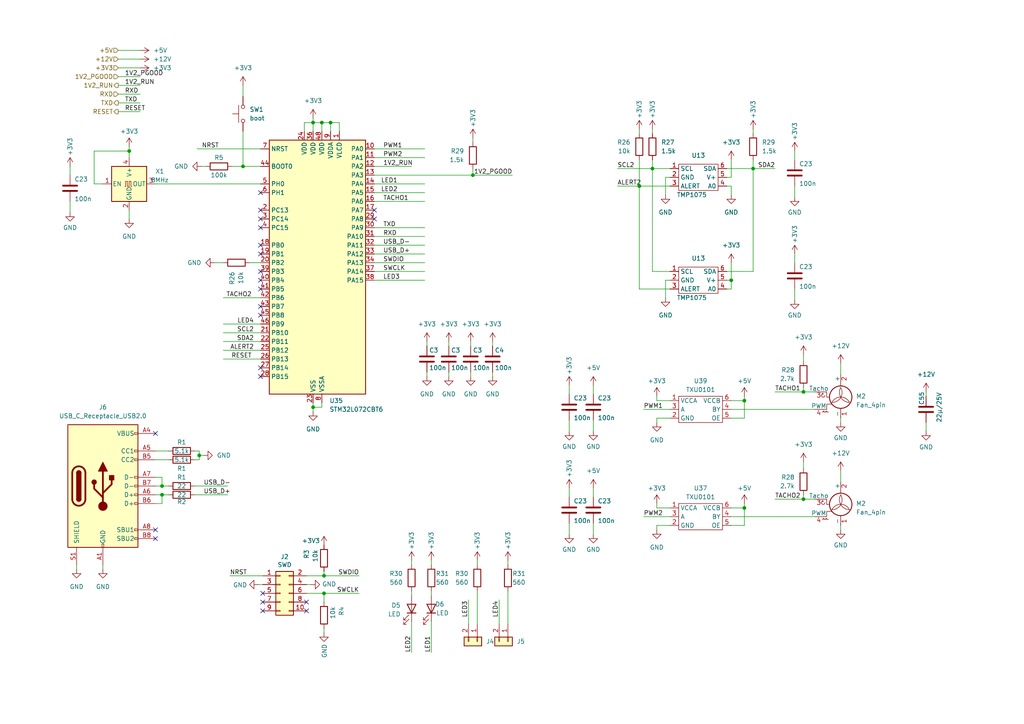
<source format=kicad_sch>
(kicad_sch (version 20231120) (generator "eeschema") (generator_version "8.0")
  (paper "A4")
  (lib_symbols
    (symbol "Connector:USB_C_Receptacle_USB2.0" (pin_names (offset 1.016))
      (property "Reference" "J" (at -10.16 19.05 0))
      (property "Value" "USB_C_Receptacle_USB2.0" (at 19.05 19.05 0))
      (symbol "USB_C_Receptacle_USB2.0_1_1"
        (pin passive line (at 0 -22.86 90) (length 5.08) (name "GND") (number "A1"))
        (pin passive line (at 0 -22.86 90) (length 5.08) hide (name "GND") (number "A12"))
        (pin passive line (at 15.24 15.24 180) (length 5.08) (name "VBUS") (number "A4"))
        (pin bidirectional line (at 15.24 10.16 180) (length 5.08) (name "CC1") (number "A5"))
        (pin bidirectional line (at 15.24 -2.54 180) (length 5.08) (name "D+") (number "A6"))
        (pin bidirectional line (at 15.24 2.54 180) (length 5.08) (name "D-") (number "A7"))
        (pin bidirectional line (at 15.24 -12.7 180) (length 5.08) (name "SBU1") (number "A8"))
        (pin passive line (at 15.24 15.24 180) (length 5.08) hide (name "VBUS") (number "A9"))
        (pin passive line (at 0 -22.86 90) (length 5.08) hide (name "GND") (number "B1"))
        (pin passive line (at 0 -22.86 90) (length 5.08) hide (name "GND") (number "B12"))
        (pin passive line (at 15.24 15.24 180) (length 5.08) hide (name "VBUS") (number "B4"))
        (pin bidirectional line (at 15.24 7.62 180) (length 5.08) (name "CC2") (number "B5"))
        (pin bidirectional line (at 15.24 -5.08 180) (length 5.08) (name "D+") (number "B6"))
        (pin bidirectional line (at 15.24 0 180) (length 5.08) (name "D-") (number "B7"))
        (pin bidirectional line (at 15.24 -15.24 180) (length 5.08) (name "SBU2") (number "B8"))
        (pin passive line (at 15.24 15.24 180) (length 5.08) hide (name "VBUS") (number "B9"))
        (pin passive line (at -7.62 -22.86 90) (length 5.08) (name "SHIELD") (number "S1"))
      )
    )
    (symbol "Connector_Generic:Conn_01x02" (pin_names (offset 1.016) hide)
      (property "Reference" "J" (at 0 2.54 0))
      (property "Value" "Conn_01x02" (at 0 -5.08 0))
      (symbol "Conn_01x02_1_1"
        (pin passive line (at -5.08 0 0) (length 3.81) (name "Pin_1") (number "1"))
        (pin passive line (at -5.08 -2.54 0) (length 3.81) (name "Pin_2") (number "2"))
      )
    )
    (symbol "Device:C" (pin_numbers hide) (pin_names (offset 0.254))
      (property "Reference" "C" (at 0.635 2.54 0))
      (property "Value" "C" (at 0.635 -2.54 0))
      (symbol "C_1_1"
        (pin passive line (at 0 3.81 270) (length 2.794) (name "~") (number "1"))
        (pin passive line (at 0 -3.81 90) (length 2.794) (name "~") (number "2"))
      )
    )
    (symbol "Device:LED" (pin_numbers hide) (pin_names (offset 1.016) hide)
      (property "Reference" "D" (at 0 2.54 0))
      (property "Value" "LED" (at 0 -2.54 0))
      (symbol "LED_1_1"
        (pin passive line (at -3.81 0 0) (length 2.54) (name "K") (number "1"))
        (pin passive line (at 3.81 0 180) (length 2.54) (name "A") (number "2"))
      )
    )
    (symbol "Device:R" (pin_numbers hide) (pin_names (offset 0))
      (property "Reference" "R" (at 2.032 0 90))
      (property "Value" "R" (at 0 0 90))
      (symbol "R_1_1"
        (pin passive line (at 0 3.81 270) (length 1.27) (name "~") (number "1"))
        (pin passive line (at 0 -3.81 90) (length 1.27) (name "~") (number "2"))
      )
    )
    (symbol "GND_1" (power) (pin_names (offset 0))
      (property "Value" "GND_1" (at 0 -3.81 0))
      (symbol "GND_1_1_1"
        (pin power_in line (at 0 0 270) (length 0) hide (name "GND") (number "1"))
      )
    )
    (symbol "MCU_ST_STM32L1:STM32L151C8TxA"
      (property "Reference" "U" (at -12.7 39.37 0))
      (property "Value" "STM32L151C8TxA" (at 10.16 39.37 0))
      (symbol "STM32L151C8TxA_1_1"
        (pin power_in line (at 7.62 40.64 270) (length 2.54) (name "VLCD") (number "1"))
        (pin bidirectional line (at 17.78 35.56 180) (length 2.54) (name "PA0") (number "10"))
        (pin bidirectional line (at 17.78 33.02 180) (length 2.54) (name "PA1") (number "11"))
        (pin bidirectional line (at 17.78 30.48 180) (length 2.54) (name "PA2") (number "12"))
        (pin bidirectional line (at 17.78 27.94 180) (length 2.54) (name "PA3") (number "13"))
        (pin bidirectional line (at 17.78 25.4 180) (length 2.54) (name "PA4") (number "14"))
        (pin bidirectional line (at 17.78 22.86 180) (length 2.54) (name "PA5") (number "15"))
        (pin bidirectional line (at 17.78 20.32 180) (length 2.54) (name "PA6") (number "16"))
        (pin bidirectional line (at 17.78 17.78 180) (length 2.54) (name "PA7") (number "17"))
        (pin bidirectional line (at -15.24 7.62 0) (length 2.54) (name "PB0") (number "18"))
        (pin bidirectional line (at -15.24 5.08 0) (length 2.54) (name "PB1") (number "19"))
        (pin bidirectional line (at -15.24 17.78 0) (length 2.54) (name "PC13") (number "2"))
        (pin bidirectional line (at -15.24 2.54 0) (length 2.54) (name "PB2") (number "20"))
        (pin bidirectional line (at -15.24 -17.78 0) (length 2.54) (name "PB10") (number "21"))
        (pin bidirectional line (at -15.24 -20.32 0) (length 2.54) (name "PB11") (number "22"))
        (pin power_in line (at 0 -38.1 90) (length 2.54) (name "VSS") (number "23"))
        (pin power_in line (at -2.54 40.64 270) (length 2.54) (name "VDD") (number "24"))
        (pin bidirectional line (at -15.24 -22.86 0) (length 2.54) (name "PB12") (number "25"))
        (pin bidirectional line (at -15.24 -25.4 0) (length 2.54) (name "PB13") (number "26"))
        (pin bidirectional line (at -15.24 -27.94 0) (length 2.54) (name "PB14") (number "27"))
        (pin bidirectional line (at -15.24 -30.48 0) (length 2.54) (name "PB15") (number "28"))
        (pin bidirectional line (at 17.78 15.24 180) (length 2.54) (name "PA8") (number "29"))
        (pin bidirectional line (at -15.24 15.24 0) (length 2.54) (name "PC14") (number "3"))
        (pin bidirectional line (at 17.78 12.7 180) (length 2.54) (name "PA9") (number "30"))
        (pin bidirectional line (at 17.78 10.16 180) (length 2.54) (name "PA10") (number "31"))
        (pin bidirectional line (at 17.78 7.62 180) (length 2.54) (name "PA11") (number "32"))
        (pin bidirectional line (at 17.78 5.08 180) (length 2.54) (name "PA12") (number "33"))
        (pin bidirectional line (at 17.78 2.54 180) (length 2.54) (name "PA13") (number "34"))
        (pin passive line (at 0 -38.1 90) (length 2.54) hide (name "VSS") (number "35"))
        (pin power_in line (at 0 40.64 270) (length 2.54) (name "VDD") (number "36"))
        (pin bidirectional line (at 17.78 0 180) (length 2.54) (name "PA14") (number "37"))
        (pin bidirectional line (at 17.78 -2.54 180) (length 2.54) (name "PA15") (number "38"))
        (pin bidirectional line (at -15.24 0 0) (length 2.54) (name "PB3") (number "39"))
        (pin bidirectional line (at -15.24 12.7 0) (length 2.54) (name "PC15") (number "4"))
        (pin bidirectional line (at -15.24 -2.54 0) (length 2.54) (name "PB4") (number "40"))
        (pin bidirectional line (at -15.24 -5.08 0) (length 2.54) (name "PB5") (number "41"))
        (pin bidirectional line (at -15.24 -7.62 0) (length 2.54) (name "PB6") (number "42"))
        (pin bidirectional line (at -15.24 -10.16 0) (length 2.54) (name "PB7") (number "43"))
        (pin input line (at -15.24 30.48 0) (length 2.54) (name "BOOT0") (number "44"))
        (pin bidirectional line (at -15.24 -12.7 0) (length 2.54) (name "PB8") (number "45"))
        (pin bidirectional line (at -15.24 -15.24 0) (length 2.54) (name "PB9") (number "46"))
        (pin passive line (at 0 -38.1 90) (length 2.54) hide (name "VSS") (number "47"))
        (pin power_in line (at 2.54 40.64 270) (length 2.54) (name "VDD") (number "48"))
        (pin bidirectional line (at -15.24 25.4 0) (length 2.54) (name "PH0") (number "5"))
        (pin bidirectional line (at -15.24 22.86 0) (length 2.54) (name "PH1") (number "6"))
        (pin input line (at -15.24 35.56 0) (length 2.54) (name "NRST") (number "7"))
        (pin power_in line (at 2.54 -38.1 90) (length 2.54) (name "VSSA") (number "8"))
        (pin power_in line (at 5.08 40.64 270) (length 2.54) (name "VDDA") (number "9"))
      )
    )
    (symbol "Motor:Fan_4pin" (pin_names (offset 0))
      (property "Reference" "M" (at 2.54 5.08 0))
      (property "Value" "Fan_4pin" (at 2.54 -2.54 0))
      (symbol "Fan_4pin_1_1"
        (pin passive line (at 0 -5.08 90) (length 2.54) (name "-") (number "1"))
        (pin passive line (at 0 7.62 270) (length 2.54) (name "+") (number "2"))
        (pin passive line (at -7.62 2.54 0) (length 2.54) (name "Tacho") (number "3"))
        (pin input line (at -7.62 -2.54 0) (length 2.54) (name "PWM") (number "4"))
      )
    )
    (symbol "Oscillator:XO32" (pin_names (offset 0.254))
      (property "Reference" "X" (at -5.08 6.35 0))
      (property "Value" "XO32" (at 1.27 -6.35 0))
      (symbol "XO32_1_1"
        (pin input line (at -7.62 0 0) (length 2.54) (name "EN") (number "1"))
        (pin power_in line (at 0 -7.62 90) (length 2.54) (name "GND") (number "2"))
        (pin output line (at 7.62 0 180) (length 2.54) (name "OUT") (number "3"))
        (pin power_in line (at 0 7.62 270) (length 2.54) (name "V+") (number "4"))
      )
    )
    (symbol "Switch:SW_Push" (pin_numbers hide) (pin_names (offset 1.016) hide)
      (property "Reference" "SW" (at 1.27 2.54 0))
      (property "Value" "SW_Push" (at 0 -1.524 0))
      (symbol "SW_Push_0_1"
        (pin passive line (at -5.08 0 0) (length 2.54) (name "1") (number "1"))
        (pin passive line (at 5.08 0 180) (length 2.54) (name "2") (number "2"))
      )
    )
    (symbol "clock-rescue:R" (pin_numbers hide) (pin_names (offset 0))
      (property "Reference" "R" (at 2.032 0 90))
      (property "Value" "R" (at 0 0 90))
      (symbol "R_1_1"
        (pin passive line (at 0 3.81 270) (length 1.27) (name "~") (number "1"))
        (pin passive line (at 0 -3.81 90) (length 1.27) (name "~") (number "2"))
      )
    )
    (symbol "dwc-hat-rescue:+3V3-power" (power) (pin_names (offset 0))
      (property "Value" "+3V3-power" (at 0 3.556 0))
      (symbol "+3V3-power_1_1"
        (pin power_in line (at 0 0 90) (length 0) hide (name "+3V3") (number "1"))
      )
    )
    (symbol "dwc-hat-rescue:Conn_02x05_Odd_Even-Connector_Generic" (pin_names (offset 1.016) hide)
      (property "Reference" "J" (at 1.27 7.62 0))
      (property "Value" "Connector_Generic_Conn_02x05_Odd_Even" (at 1.27 -7.62 0))
      (symbol "Conn_02x05_Odd_Even-Connector_Generic_1_1"
        (pin passive line (at -5.08 5.08 0) (length 3.81) (name "Pin_1") (number "1"))
        (pin passive line (at 7.62 -5.08 180) (length 3.81) (name "Pin_10") (number "10"))
        (pin passive line (at 7.62 5.08 180) (length 3.81) (name "Pin_2") (number "2"))
        (pin passive line (at -5.08 2.54 0) (length 3.81) (name "Pin_3") (number "3"))
        (pin passive line (at 7.62 2.54 180) (length 3.81) (name "Pin_4") (number "4"))
        (pin passive line (at -5.08 0 0) (length 3.81) (name "Pin_5") (number "5"))
        (pin passive line (at 7.62 0 180) (length 3.81) (name "Pin_6") (number "6"))
        (pin passive line (at -5.08 -2.54 0) (length 3.81) (name "Pin_7") (number "7"))
        (pin passive line (at 7.62 -2.54 180) (length 3.81) (name "Pin_8") (number "8"))
        (pin passive line (at -5.08 -5.08 0) (length 3.81) (name "Pin_9") (number "9"))
      )
    )
    (symbol "dwc-hat-rescue:GND-power" (power) (pin_names (offset 0))
      (property "Value" "GND-power" (at 0 -3.81 0))
      (symbol "GND-power_1_1"
        (pin power_in line (at 0 0 270) (length 0) hide (name "GND") (number "1"))
      )
    )
    (symbol "dwc-hat-rescue:R-Device" (pin_numbers hide) (pin_names (offset 0))
      (property "Reference" "R" (at 2.032 0 90))
      (property "Value" "Device_R" (at 0 0 90))
      (symbol "R-Device_1_1"
        (pin passive line (at 0 3.81 270) (length 1.27) (name "~") (number "1"))
        (pin passive line (at 0 -3.81 90) (length 1.27) (name "~") (number "2"))
      )
    )
    (symbol "mylib7:TMP1075-DRL-SOT563"
      (property "Reference" "U" (at -5.08 5.08 0))
      (symbol "TMP1075-DRL-SOT563_1_1"
        (pin open_collector line (at -8.89 2.54 0) (length 2.54) (name "SCL") (number "1"))
        (pin power_in line (at -8.89 0 0) (length 2.54) (name "GND") (number "2"))
        (pin open_collector line (at -8.89 -2.54 0) (length 2.54) (name "ALERT") (number "3"))
        (pin input line (at 7.62 -2.54 180) (length 2.54) (name "A0") (number "4"))
        (pin power_in line (at 7.62 0 180) (length 2.54) (name "V+") (number "5"))
        (pin open_collector line (at 7.62 2.54 180) (length 2.54) (name "SDA") (number "6"))
      )
    )
    (symbol "mylib7:TXU0101DCK"
      (property "Reference" "U" (at -5.08 5.08 0))
      (property "Value" "TXU0101" (at -1.27 -5.08 0))
      (symbol "TXU0101DCK_1_1"
        (pin power_in line (at -8.89 2.54 0) (length 2.54) (name "VCCA") (number "1"))
        (pin power_in line (at -8.89 -2.54 0) (length 2.54) (name "GND") (number "2"))
        (pin input line (at -8.89 0 0) (length 2.54) (name "A") (number "3"))
        (pin output line (at 8.89 0 180) (length 2.54) (name "BY") (number "4"))
        (pin input line (at 8.89 -2.54 180) (length 2.54) (name "OE") (number "5"))
        (pin power_in line (at 8.89 2.54 180) (length 2.54) (name "VCCB") (number "6"))
      )
    )
    (symbol "power:+12V" (power) (pin_names (offset 0))
      (property "Value" "+12V" (at 0 3.556 0))
      (symbol "+12V_1_1"
        (pin power_in line (at 0 0 90) (length 0) hide (name "+12V") (number "1"))
      )
    )
    (symbol "power:+3V3" (power) (pin_names (offset 0))
      (property "Value" "+3V3" (at 0 3.556 0))
      (symbol "+3V3_1_1"
        (pin power_in line (at 0 0 90) (length 0) hide (name "+3V3") (number "1"))
      )
    )
    (symbol "power:+5V" (power) (pin_names (offset 0))
      (property "Value" "+5V" (at 0 3.556 0))
      (symbol "+5V_1_1"
        (pin power_in line (at 0 0 90) (length 0) hide (name "+5V") (number "1"))
      )
    )
    (symbol "power:GND" (power) (pin_names (offset 0))
      (property "Value" "GND" (at 0 -3.81 0))
      (symbol "GND_1_1"
        (pin power_in line (at 0 0 270) (length 0) hide (name "GND") (number "1"))
      )
    )
    (symbol "vfd1-rescue:C" (pin_numbers hide) (pin_names (offset 0.254))
      (property "Reference" "C" (at 0.635 2.54 0))
      (property "Value" "C" (at 0.635 -2.54 0))
      (symbol "C_1_1"
        (pin passive line (at 0 3.81 270) (length 2.794) (name "~") (number "1"))
        (pin passive line (at 0 -3.81 90) (length 2.794) (name "~") (number "2"))
      )
    )
  )
  (junction (at 185.42 53.975))
  (junction (at 215.9 116.205))
  (junction (at 212.09 81.28))
  (junction (at 189.23 48.895))
  (junction (at 37.465 43.815))
  (junction (at 57.785 132.08))
  (junction (at 233.045 113.665))
  (junction (at 90.805 35.56))
  (junction (at 90.805 118.11))
  (junction (at 233.045 144.78))
  (junction (at 46.99 143.51))
  (junction (at 137.16 50.8))
  (junction (at 93.98 167.005))
  (junction (at 93.345 35.56))
  (junction (at 215.9 147.32))
  (junction (at 95.885 35.56))
  (junction (at 70.485 48.26))
  (junction (at 218.44 48.895))
  (junction (at 93.98 172.085))
  (junction (at 46.99 140.97))
  (no_connect (at 75.565 106.68))
  (no_connect (at 88.9 174.625))
  (no_connect (at 75.565 66.04))
  (no_connect (at 76.2 174.625))
  (no_connect (at 75.565 71.12))
  (no_connect (at 75.565 81.28))
  (no_connect (at 75.565 60.96))
  (no_connect (at 75.565 109.22))
  (no_connect (at 75.565 55.88))
  (no_connect (at 108.585 63.5))
  (no_connect (at 75.565 88.9))
  (no_connect (at 76.2 177.165))
  (no_connect (at 75.565 83.82))
  (no_connect (at 45.085 156.21))
  (no_connect (at 75.565 63.5))
  (no_connect (at 108.585 60.96))
  (no_connect (at 75.565 78.74))
  (no_connect (at 88.9 177.165))
  (no_connect (at 75.565 73.66))
  (no_connect (at 45.085 125.73))
  (no_connect (at 75.565 91.44))
  (no_connect (at 76.2 172.085))
  (no_connect (at 45.085 153.67))
  (wire (pts (xy 185.42 37.465) (xy 185.42 38.735)))
  (wire (pts (xy 190.5 116.205) (xy 194.31 116.205)))
  (wire (pts (xy 93.98 167.005) (xy 88.9 167.005)))
  (wire (pts (xy 147.32 171.45) (xy 147.32 180.975)))
  (wire (pts (xy 70.485 48.26) (xy 75.565 48.26)))
  (wire (pts (xy 90.17 169.545) (xy 88.9 169.545)))
  (wire (pts (xy 218.44 48.895) (xy 224.79 48.895)))
  (wire (pts (xy 194.31 81.28) (xy 193.04 81.28)))
  (wire (pts (xy 185.42 53.975) (xy 185.42 83.82)))
  (wire (pts (xy 218.44 37.465) (xy 218.44 38.735)))
  (wire (pts (xy 243.84 121.285) (xy 243.84 122.555)))
  (wire (pts (xy 64.77 96.52) (xy 75.565 96.52)))
  (wire (pts (xy 70.485 38.1) (xy 70.485 48.26)))
  (wire (pts (xy 212.09 152.4) (xy 215.9 152.4)))
  (wire (pts (xy 20.32 58.42) (xy 20.32 61.595)))
  (wire (pts (xy 119.38 162.56) (xy 119.38 163.83)))
  (wire (pts (xy 233.045 102.87) (xy 233.045 104.775)))
  (wire (pts (xy 46.99 146.05) (xy 45.085 146.05)))
  (wire (pts (xy 34.29 32.385) (xy 40.64 32.385)))
  (wire (pts (xy 189.23 78.74) (xy 194.31 78.74)))
  (wire (pts (xy 108.585 68.58) (xy 123.19 68.58)))
  (wire (pts (xy 64.77 104.14) (xy 75.565 104.14)))
  (wire (pts (xy 108.585 43.18) (xy 123.19 43.18)))
  (wire (pts (xy 172.085 141.605) (xy 172.085 144.145)))
  (wire (pts (xy 108.585 71.12) (xy 123.19 71.12)))
  (wire (pts (xy 57.785 132.08) (xy 59.055 132.08)))
  (wire (pts (xy 230.505 43.815) (xy 230.505 46.355)))
  (wire (pts (xy 194.31 51.435) (xy 193.04 51.435)))
  (wire (pts (xy 108.585 55.88) (xy 123.19 55.88)))
  (wire (pts (xy 212.09 83.82) (xy 210.82 83.82)))
  (wire (pts (xy 90.805 118.11) (xy 90.805 119.38)))
  (wire (pts (xy 186.69 149.86) (xy 194.31 149.86)))
  (wire (pts (xy 224.79 144.78) (xy 233.045 144.78)))
  (wire (pts (xy 119.38 180.34) (xy 119.38 189.23)))
  (wire (pts (xy 210.82 51.435) (xy 212.09 51.435)))
  (wire (pts (xy 22.225 163.83) (xy 22.225 165.1)))
  (wire (pts (xy 64.77 99.06) (xy 75.565 99.06)))
  (wire (pts (xy 190.5 146.05) (xy 190.5 147.32)))
  (wire (pts (xy 165.1 141.605) (xy 165.1 144.145)))
  (wire (pts (xy 93.345 38.1) (xy 93.345 35.56)))
  (wire (pts (xy 45.085 53.34) (xy 75.565 53.34)))
  (wire (pts (xy 185.42 83.82) (xy 194.31 83.82)))
  (wire (pts (xy 137.16 48.895) (xy 137.16 50.8)))
  (wire (pts (xy 135.89 173.99) (xy 135.89 180.975)))
  (wire (pts (xy 57.15 43.18) (xy 75.565 43.18)))
  (wire (pts (xy 193.04 81.28) (xy 193.04 86.36)))
  (wire (pts (xy 233.045 143.51) (xy 233.045 144.78)))
  (wire (pts (xy 34.29 29.845) (xy 40.64 29.845)))
  (wire (pts (xy 104.14 167.005) (xy 93.98 167.005)))
  (wire (pts (xy 46.99 140.97) (xy 48.895 140.97)))
  (wire (pts (xy 190.5 153.67) (xy 190.5 152.4)))
  (wire (pts (xy 212.09 118.745) (xy 236.22 118.745)))
  (wire (pts (xy 90.805 116.84) (xy 90.805 118.11)))
  (wire (pts (xy 37.465 60.96) (xy 37.465 63.5)))
  (wire (pts (xy 46.99 143.51) (xy 48.895 143.51)))
  (wire (pts (xy 108.585 73.66) (xy 123.19 73.66)))
  (wire (pts (xy 58.42 48.26) (xy 59.69 48.26)))
  (wire (pts (xy 165.1 111.76) (xy 165.1 114.3)))
  (wire (pts (xy 130.175 107.95) (xy 130.175 109.22)))
  (wire (pts (xy 268.605 122.555) (xy 268.605 125.095)))
  (wire (pts (xy 190.5 152.4) (xy 194.31 152.4)))
  (wire (pts (xy 123.825 99.06) (xy 123.825 100.33)))
  (wire (pts (xy 93.98 174.625) (xy 93.98 172.085)))
  (wire (pts (xy 185.42 46.355) (xy 185.42 53.975)))
  (wire (pts (xy 233.045 112.395) (xy 233.045 113.665)))
  (wire (pts (xy 95.885 35.56) (xy 95.885 38.1)))
  (wire (pts (xy 56.515 140.97) (xy 66.04 140.97)))
  (wire (pts (xy 34.29 24.765) (xy 40.64 24.765)))
  (wire (pts (xy 95.885 35.56) (xy 98.425 35.56)))
  (wire (pts (xy 210.82 78.74) (xy 218.44 78.74)))
  (wire (pts (xy 230.505 83.82) (xy 230.505 86.995)))
  (wire (pts (xy 172.085 151.765) (xy 172.085 154.94)))
  (wire (pts (xy 179.07 48.895) (xy 189.23 48.895)))
  (wire (pts (xy 34.29 19.685) (xy 40.64 19.685)))
  (wire (pts (xy 243.84 152.4) (xy 243.84 153.67)))
  (wire (pts (xy 142.875 107.95) (xy 142.875 109.22)))
  (wire (pts (xy 119.38 171.45) (xy 119.38 172.72)))
  (wire (pts (xy 215.9 121.285) (xy 215.9 116.205)))
  (wire (pts (xy 57.785 130.81) (xy 57.785 132.08)))
  (wire (pts (xy 88.265 38.1) (xy 88.265 35.56)))
  (wire (pts (xy 108.585 81.28) (xy 123.19 81.28)))
  (wire (pts (xy 233.045 133.985) (xy 233.045 135.89)))
  (wire (pts (xy 34.29 14.605) (xy 40.64 14.605)))
  (wire (pts (xy 190.5 122.555) (xy 190.5 121.285)))
  (wire (pts (xy 172.085 111.76) (xy 172.085 114.3)))
  (wire (pts (xy 210.82 81.28) (xy 212.09 81.28)))
  (wire (pts (xy 108.585 45.72) (xy 123.19 45.72)))
  (wire (pts (xy 29.845 53.34) (xy 27.305 53.34)))
  (wire (pts (xy 37.465 43.815) (xy 37.465 45.72)))
  (wire (pts (xy 212.09 51.435) (xy 212.09 46.355)))
  (wire (pts (xy 108.585 53.34) (xy 123.19 53.34)))
  (wire (pts (xy 212.09 149.86) (xy 236.22 149.86)))
  (wire (pts (xy 93.345 118.11) (xy 90.805 118.11)))
  (wire (pts (xy 137.16 50.8) (xy 108.585 50.8)))
  (wire (pts (xy 212.09 121.285) (xy 215.9 121.285)))
  (wire (pts (xy 233.045 144.78) (xy 236.22 144.78)))
  (wire (pts (xy 108.585 58.42) (xy 123.19 58.42)))
  (wire (pts (xy 212.09 81.28) (xy 212.09 83.82)))
  (wire (pts (xy 189.23 46.355) (xy 189.23 48.895)))
  (wire (pts (xy 215.9 147.32) (xy 215.9 146.05)))
  (wire (pts (xy 189.23 37.465) (xy 189.23 38.735)))
  (wire (pts (xy 144.78 173.99) (xy 144.78 180.975)))
  (wire (pts (xy 142.875 99.06) (xy 142.875 100.33)))
  (wire (pts (xy 67.31 48.26) (xy 70.485 48.26)))
  (wire (pts (xy 165.1 121.92) (xy 165.1 125.095)))
  (wire (pts (xy 45.085 143.51) (xy 46.99 143.51)))
  (wire (pts (xy 123.825 107.95) (xy 123.825 109.22)))
  (wire (pts (xy 45.085 138.43) (xy 46.99 138.43)))
  (wire (pts (xy 136.525 99.06) (xy 136.525 100.33)))
  (wire (pts (xy 64.77 93.98) (xy 75.565 93.98)))
  (wire (pts (xy 119.38 48.26) (xy 108.585 48.26)))
  (wire (pts (xy 90.805 34.29) (xy 90.805 35.56)))
  (wire (pts (xy 165.1 151.765) (xy 165.1 154.94)))
  (wire (pts (xy 93.98 165.735) (xy 93.98 167.005)))
  (wire (pts (xy 46.99 138.43) (xy 46.99 140.97)))
  (wire (pts (xy 172.085 121.92) (xy 172.085 125.095)))
  (wire (pts (xy 104.14 172.085) (xy 93.98 172.085)))
  (wire (pts (xy 212.09 81.28) (xy 212.09 76.2)))
  (wire (pts (xy 243.84 105.41) (xy 243.84 108.585)))
  (wire (pts (xy 138.43 171.45) (xy 138.43 180.975)))
  (wire (pts (xy 46.99 143.51) (xy 46.99 146.05)))
  (wire (pts (xy 37.465 42.545) (xy 37.465 43.815)))
  (wire (pts (xy 189.23 48.895) (xy 194.31 48.895)))
  (wire (pts (xy 88.265 35.56) (xy 90.805 35.56)))
  (wire (pts (xy 243.84 136.525) (xy 243.84 139.7)))
  (wire (pts (xy 70.485 24.765) (xy 70.485 27.94)))
  (wire (pts (xy 34.29 22.225) (xy 40.64 22.225)))
  (wire (pts (xy 108.585 76.2) (xy 123.19 76.2)))
  (wire (pts (xy 90.805 35.56) (xy 93.345 35.56)))
  (wire (pts (xy 93.345 35.56) (xy 95.885 35.56)))
  (wire (pts (xy 224.79 113.665) (xy 233.045 113.665)))
  (wire (pts (xy 57.785 132.08) (xy 57.785 133.35)))
  (wire (pts (xy 189.23 48.895) (xy 189.23 78.74)))
  (wire (pts (xy 215.9 152.4) (xy 215.9 147.32)))
  (wire (pts (xy 46.99 140.97) (xy 45.085 140.97)))
  (wire (pts (xy 179.07 53.975) (xy 185.42 53.975)))
  (wire (pts (xy 108.585 78.74) (xy 123.19 78.74)))
  (wire (pts (xy 130.175 99.06) (xy 130.175 100.33)))
  (wire (pts (xy 136.525 107.95) (xy 136.525 109.22)))
  (wire (pts (xy 148.59 50.8) (xy 137.16 50.8)))
  (wire (pts (xy 34.29 17.145) (xy 40.64 17.145)))
  (wire (pts (xy 212.09 53.975) (xy 210.82 53.975)))
  (wire (pts (xy 190.5 147.32) (xy 194.31 147.32)))
  (wire (pts (xy 193.04 51.435) (xy 193.04 56.515)))
  (wire (pts (xy 215.9 116.205) (xy 215.9 114.935)))
  (wire (pts (xy 108.585 66.04) (xy 123.19 66.04)))
  (wire (pts (xy 218.44 48.895) (xy 218.44 78.74)))
  (wire (pts (xy 20.32 48.26) (xy 20.32 50.8)))
  (wire (pts (xy 64.77 101.6) (xy 75.565 101.6)))
  (wire (pts (xy 233.045 113.665) (xy 236.22 113.665)))
  (wire (pts (xy 27.305 43.815) (xy 37.465 43.815)))
  (wire (pts (xy 125.095 162.56) (xy 125.095 163.83)))
  (wire (pts (xy 45.085 133.35) (xy 48.895 133.35)))
  (wire (pts (xy 190.5 114.935) (xy 190.5 116.205)))
  (wire (pts (xy 190.5 121.285) (xy 194.31 121.285)))
  (wire (pts (xy 93.345 116.84) (xy 93.345 118.11)))
  (wire (pts (xy 186.69 118.745) (xy 194.31 118.745)))
  (wire (pts (xy 137.16 40.005) (xy 137.16 41.275)))
  (wire (pts (xy 62.23 76.2) (xy 64.77 76.2)))
  (wire (pts (xy 147.32 162.56) (xy 147.32 163.83)))
  (wire (pts (xy 56.515 130.81) (xy 57.785 130.81)))
  (wire (pts (xy 29.845 163.83) (xy 29.845 165.1)))
  (wire (pts (xy 45.085 130.81) (xy 48.895 130.81)))
  (wire (pts (xy 125.095 171.45) (xy 125.095 172.72)))
  (wire (pts (xy 72.39 76.2) (xy 75.565 76.2)))
  (wire (pts (xy 27.305 53.34) (xy 27.305 43.815)))
  (wire (pts (xy 90.805 35.56) (xy 90.805 38.1)))
  (wire (pts (xy 218.44 46.355) (xy 218.44 48.895)))
  (wire (pts (xy 93.98 172.085) (xy 88.9 172.085)))
  (wire (pts (xy 125.095 180.34) (xy 125.095 189.23)))
  (wire (pts (xy 66.675 167.005) (xy 76.2 167.005)))
  (wire (pts (xy 210.82 48.895) (xy 218.44 48.895)))
  (wire (pts (xy 56.515 143.51) (xy 66.04 143.51)))
  (wire (pts (xy 185.42 53.975) (xy 194.31 53.975)))
  (wire (pts (xy 57.785 133.35) (xy 56.515 133.35)))
  (wire (pts (xy 268.605 113.665) (xy 268.605 114.935)))
  (wire (pts (xy 212.09 56.515) (xy 212.09 53.975)))
  (wire (pts (xy 93.98 182.245) (xy 93.98 183.515)))
  (wire (pts (xy 98.425 38.1) (xy 98.425 35.56)))
  (wire (pts (xy 74.93 169.545) (xy 76.2 169.545)))
  (wire (pts (xy 64.77 86.36) (xy 75.565 86.36)))
  (wire (pts (xy 34.29 27.305) (xy 40.64 27.305)))
  (wire (pts (xy 230.505 73.66) (xy 230.505 76.2)))
  (wire (pts (xy 212.09 116.205) (xy 215.9 116.205)))
  (wire (pts (xy 212.09 147.32) (xy 215.9 147.32)))
  (wire (pts (xy 230.505 53.975) (xy 230.505 57.15)))
  (wire (pts (xy 138.43 162.56) (xy 138.43 163.83)))
  (label "USB_D+" (at 59.055 143.51 0))
  (label "PWM2" (at 111.125 45.72 0))
  (label "TACHO1" (at 111.125 58.42 0))
  (label "SDA2" (at 224.79 48.895 180))
  (label "USB_D+" (at 111.125 73.66 0))
  (label "RESET" (at 73.025 104.14 180))
  (label "SWDIO" (at 104.14 167.005 180))
  (label "LED1" (at 125.095 189.23 90))
  (label "TXD" (at 111.125 66.04 0))
  (label "RESET" (at 36.195 32.385 0))
  (label "SWCLK" (at 111.125 78.74 0))
  (label "USB_D-" (at 59.055 140.97 0))
  (label "LED1" (at 110.49 53.34 0))
  (label "TACHO2" (at 73.025 86.36 180))
  (label "SDA2" (at 73.66 99.06 180))
  (label "1V2_RUN" (at 111.125 48.26 0))
  (label "1V2_RUN" (at 36.195 24.765 0))
  (label "NRST" (at 66.675 167.005 0))
  (label "TXD" (at 36.195 29.845 0))
  (label "NRST" (at 63.5 43.18 180))
  (label "LED4" (at 144.78 179.07 90))
  (label "LED3" (at 111.125 81.28 0))
  (label "1V2_PGOOD" (at 148.59 50.8 180))
  (label "ALERT2" (at 179.07 53.975 0))
  (label "USB_D-" (at 111.125 71.12 0))
  (label "LED3" (at 135.89 179.07 90))
  (label "RXD" (at 111.125 68.58 0))
  (label "LED2" (at 110.49 55.88 0))
  (label "SWCLK" (at 104.14 172.085 180))
  (label "ALERT2" (at 73.66 101.6 180))
  (label "TACHO2" (at 224.79 144.78 0))
  (label "LED2" (at 119.38 189.23 90))
  (label "SWDIO" (at 111.125 76.2 0))
  (label "PWM2" (at 186.69 149.86 0))
  (label "SCL2" (at 73.66 96.52 180))
  (label "PWM1" (at 111.125 43.18 0))
  (label "LED4" (at 73.66 93.98 180))
  (label "1V2_PGOOD" (at 36.195 22.225 0))
  (label "PWM1" (at 186.69 118.745 0))
  (label "SCL2" (at 179.07 48.895 0))
  (label "RXD" (at 36.195 27.305 0))
  (label "TACHO1" (at 224.79 113.665 0))
  (hierarchical_label "RXD" (shape input) (at 34.29 27.305 180))
  (hierarchical_label "+5V" (shape input) (at 34.29 14.605 180))
  (hierarchical_label "RESET" (shape output) (at 34.29 32.385 180))
  (hierarchical_label "1V2_RUN" (shape output) (at 34.29 24.765 180))
  (hierarchical_label "+3V3" (shape input) (at 34.29 19.685 180))
  (hierarchical_label "TXD" (shape output) (at 34.29 29.845 180))
  (hierarchical_label "+12V" (shape input) (at 34.29 17.145 180))
  (hierarchical_label "1V2_PGOOD" (shape input) (at 34.29 22.225 180))
  (symbol (lib_id "Device:LED") (at 125.095 176.53 270) (mirror x) (unit 1)
    (property "Reference" "D6" (at 128.905 175.26 90) (effects (justify right)))
    (property "Value" "LED" (at 130.175 177.8 90) (effects (justify right)))
    (property "Footprint" "LED_SMD:LED_1206_3216Metric" (effects (hide yes)))
  )
  (symbol (lib_id "Device:R") (at 125.095 167.64 0) (unit 1)
    (property "Reference" "R31" (at 126.365 166.37 0) (effects (justify left)))
    (property "Value" "560" (at 126.365 168.91 0) (effects (justify left)))
    (property "Footprint" "Resistor_SMD:R_0805_2012Metric" (effects (hide yes)))
  )
  (symbol (lib_id "power:+3V3") (at 70.485 24.765 0) (unit 1)
    (property "Reference" "#PWR020" (effects (hide yes)))
    (property "Value" "+3V3" (at 70.485 19.685 0))
  )
  (symbol (lib_name "GND_1") (lib_id "power:GND") (at 190.5 153.67 0) (unit 1)
    (property "Reference" "#PWR0207" (effects (hide yes)))
    (property "Value" "GND" (at 190.5 158.75 0))
  )
  (symbol (lib_id "Device:C") (at 20.32 54.61 0) (unit 1)
    (property "Reference" "C23" (at 21.59 52.705 0) (effects (justify left bottom)))
    (property "Value" "100n" (at 21.59 58.42 0) (effects (justify left bottom)))
    (property "Footprint" "Capacitor_SMD:C_0805_2012Metric" (effects (hide yes)))
  )
  (symbol (lib_id "Device:C") (at 172.085 147.955 0) (unit 1)
    (property "Reference" "C23" (at 173.355 146.05 0) (effects (justify left bottom)))
    (property "Value" "100n" (at 173.355 151.765 0) (effects (justify left bottom)))
    (property "Footprint" "Capacitor_SMD:C_0805_2012Metric" (effects (hide yes)))
  )
  (symbol (lib_id "Device:R") (at 218.44 42.545 0) (unit 1)
    (property "Reference" "R29" (at 220.98 41.275 0) (effects (justify left)))
    (property "Value" "1.5k" (at 220.98 43.815 0) (effects (justify left)))
    (property "Footprint" "Resistor_SMD:R_0805_2012Metric" (effects (hide yes)))
  )
  (symbol (lib_id "Device:R") (at 233.045 108.585 0) (mirror y) (unit 1)
    (property "Reference" "R28" (at 230.505 107.315 0) (effects (justify left)))
    (property "Value" "2.7k" (at 230.505 109.855 0) (effects (justify left)))
    (property "Footprint" "Resistor_SMD:R_0805_2012Metric" (effects (hide yes)))
  )
  (symbol (lib_id "power:+3V3") (at 190.5 146.05 0) (unit 1)
    (property "Reference" "#PWR0193" (effects (hide yes)))
    (property "Value" "+3V3" (at 190.5 141.605 0))
  )
  (symbol (lib_id "power:+12V") (at 40.64 17.145 270) (unit 1)
    (property "Reference" "#PWR0226" (effects (hide yes)))
    (property "Value" "+12V" (at 44.45 17.145 90) (effects (justify left)))
  )
  (symbol (lib_id "mylib7:TXU0101DCK") (at 203.2 149.86 0) (unit 1)
    (property "Reference" "U37" (at 203.2 141.605 0))
    (property "Value" "TXU0101" (at 203.2 144.145 0))
    (property "Footprint" "Package_TO_SOT_SMD:SOT-363_SC-70-6" (effects (hide yes)))
    (property "Distributor" "D" (effects (hide yes)))
    (property "Manufacturer" "TXU0101DCKR" (effects (hide yes)))
    (property "OrderNr" "296-TXU0101DCKRCT-ND" (effects (hide yes)))
  )
  (symbol (lib_id "power:+5V") (at 215.9 146.05 0) (unit 1)
    (property "Reference" "#PWR0208" (effects (hide yes)))
    (property "Value" "+5V" (at 215.9 141.605 0))
  )
  (symbol (lib_name "GND_1") (lib_id "power:GND") (at 212.09 56.515 0) (unit 1)
    (property "Reference" "#PWR097" (effects (hide yes)))
    (property "Value" "GND" (at 212.09 61.595 0))
  )
  (symbol (lib_id "power:+12V") (at 243.84 105.41 0) (unit 1)
    (property "Reference" "#PWR0167" (effects (hide yes)))
    (property "Value" "+12V" (at 243.84 100.33 0))
  )
  (symbol (lib_id "power:+5V") (at 40.64 14.605 270) (unit 1)
    (property "Reference" "#PWR0227" (effects (hide yes)))
    (property "Value" "+5V" (at 44.45 14.605 90) (effects (justify left)))
  )
  (symbol (lib_id "power:GND") (at 90.805 119.38 0) (unit 1)
    (property "Reference" "#PWR021" (effects (hide yes)))
    (property "Value" "GND" (at 90.805 124.46 0))
  )
  (symbol (lib_id "power:GND") (at 59.055 132.08 90) (unit 1)
    (property "Reference" "#PWR0158" (effects (hide yes)))
    (property "Value" "GND" (at 62.865 132.08 90) (effects (justify right)))
  )
  (symbol (lib_id "power:+3V3") (at 142.875 99.06 0) (unit 1)
    (property "Reference" "#PWR014" (effects (hide yes)))
    (property "Value" "+3V3" (at 142.875 93.98 0))
  )
  (symbol (lib_id "power:+3V3") (at 165.1 141.605 0) (mirror y) (unit 1)
    (property "Reference" "#PWR0158" (effects (hide yes)))
    (property "Value" "+3V3" (at 165.1 135.89 90))
  )
  (symbol (lib_id "power:+3V3") (at 37.465 42.545 0) (unit 1)
    (property "Reference" "#PWR0212" (effects (hide yes)))
    (property "Value" "+3V3" (at 37.465 38.1 0))
  )
  (symbol (lib_id "power:+3V3") (at 147.32 162.56 0) (unit 1)
    (property "Reference" "#PWR0172" (effects (hide yes)))
    (property "Value" "+3V3" (at 147.32 156.845 90))
  )
  (symbol (lib_id "power:+3V3") (at 233.045 133.985 0) (unit 1)
    (property "Reference" "#PWR0164" (effects (hide yes)))
    (property "Value" "+3V3" (at 233.045 128.905 0))
  )
  (symbol (lib_id "Device:LED") (at 119.38 176.53 270) (mirror x) (unit 1)
    (property "Reference" "D5" (at 116.205 175.5775 90) (effects (justify right)))
    (property "Value" "LED" (at 116.205 178.1175 90) (effects (justify right)))
    (property "Footprint" "LED_SMD:LED_1206_3216Metric" (effects (hide yes)))
  )
  (symbol (lib_id "vfd1-rescue:C") (at 136.525 104.14 0) (unit 1)
    (property "Reference" "C3" (at 137.16 101.6 0) (effects (justify left)))
    (property "Value" "100n" (at 137.16 106.68 0) (effects (justify left)))
    (property "Footprint" "Capacitor_SMD:C_0805_2012Metric" (effects (hide yes)))
  )
  (symbol (lib_id "Device:R") (at 119.38 167.64 0) (mirror y) (unit 1)
    (property "Reference" "R30" (at 116.84 166.37 0) (effects (justify left)))
    (property "Value" "560" (at 116.84 168.91 0) (effects (justify left)))
    (property "Footprint" "Resistor_SMD:R_0805_2012Metric" (effects (hide yes)))
  )
  (symbol (lib_id "Connector_Generic:Conn_01x02") (at 147.32 186.055 270) (unit 1)
    (property "Reference" "J5" (at 149.86 186.055 90) (effects (justify left)))
    (property "Value" "Conn_01x02" (effects (hide yes)))
    (property "Footprint" "Connector_PinHeader_2.54mm:PinHeader_1x02_P2.54mm_Vertical" (effects (hide yes)))
    (property "Distributor" "-" (effects (hide yes)))
  )
  (symbol (lib_id "clock-rescue:R") (at 52.705 130.81 270) (unit 1)
    (property "Reference" "R1" (at 52.705 128.27 90))
    (property "Value" "5.1k" (at 52.705 130.81 90))
    (property "Footprint" "Resistor_SMD:R_0805_2012Metric" (effects (hide yes)))
  )
  (symbol (lib_name "GND_1") (lib_id "power:GND") (at 193.04 56.515 0) (unit 1)
    (property "Reference" "#PWR097" (effects (hide yes)))
    (property "Value" "GND" (at 193.04 61.595 0))
  )
  (symbol (lib_id "power:GND") (at 230.505 57.15 0) (mirror y) (unit 1)
    (property "Reference" "#PWR026" (effects (hide yes)))
    (property "Value" "GND" (at 230.505 61.595 0))
  )
  (symbol (lib_id "power:+5V") (at 172.085 111.76 0) (unit 1)
    (property "Reference" "#PWR0220" (effects (hide yes)))
    (property "Value" "+5V" (at 172.085 106.68 0))
  )
  (symbol (lib_id "Device:R") (at 63.5 48.26 90) (unit 1)
    (property "Reference" "R5" (at 63.5 45.72 90))
    (property "Value" "100k" (at 63.5 50.8 90))
    (property "Footprint" "Resistor_SMD:R_0805_2012Metric" (effects (hide yes)))
  )
  (symbol (lib_id "Device:C") (at 268.605 118.745 0) (unit 1)
    (property "Reference" "C55" (at 267.335 117.475 90) (effects (justify left)))
    (property "Value" "22µ/25V" (at 272.415 122.555 90) (effects (justify left)))
    (property "Footprint" "Capacitor_SMD:C_1210_3225Metric" (effects (hide yes)))
    (property "Distributor" "D" (effects (hide yes)))
    (property "Manufacturer" "C1210C226K3PAC7800" (effects (hide yes)))
    (property "OrderNr" "399-C1210C226K3PAC7800CT-ND" (effects (hide yes)))
    (instances (project "power" (path "" (reference "C55") (unit 1))) (project "qaxe" (path "" (reference "C105") (unit 1))))
  )
  (symbol (lib_id "power:+3V3") (at 40.64 19.685 270) (unit 1)
    (property "Reference" "#PWR0178" (effects (hide yes)))
    (property "Value" "+3V3" (at 44.45 19.685 90) (effects (justify left)))
  )
  (symbol (lib_id "power:+3V3") (at 138.43 162.56 0) (unit 1)
    (property "Reference" "#PWR0171" (effects (hide yes)))
    (property "Value" "+3V3" (at 138.43 156.845 90))
  )
  (symbol (lib_id "vfd1-rescue:C") (at 142.875 104.14 0) (unit 1)
    (property "Reference" "C4" (at 143.51 101.6 0) (effects (justify left)))
    (property "Value" "100n" (at 143.51 106.68 0) (effects (justify left)))
    (property "Footprint" "Capacitor_SMD:C_0805_2012Metric" (effects (hide yes)))
  )
  (symbol (lib_id "power:+5V") (at 172.085 141.605 0) (unit 1)
    (property "Reference" "#PWR0224" (effects (hide yes)))
    (property "Value" "+5V" (at 172.085 136.525 0))
  )
  (symbol (lib_id "dwc-hat-rescue:R-Device") (at 93.98 161.925 0) (mirror x) (unit 1)
    (property "Reference" "R3" (at 88.9 159.385 90) (effects (justify left)))
    (property "Value" "10k" (at 91.44 159.385 90) (effects (justify left)))
    (property "Footprint" "Resistor_SMD:R_0805_2012Metric" (effects (hide yes)))
  )
  (symbol (lib_id "power:+3V3") (at 119.38 162.56 0) (unit 1)
    (property "Reference" "#PWR0171" (effects (hide yes)))
    (property "Value" "+3V3" (at 119.38 156.845 90))
  )
  (symbol (lib_id "power:+3V3") (at 137.16 40.005 0) (mirror y) (unit 1)
    (property "Reference" "#PWR0170" (effects (hide yes)))
    (property "Value" "+3V3" (at 137.16 34.29 90))
  )
  (symbol (lib_id "Device:R") (at 138.43 167.64 0) (mirror y) (unit 1)
    (property "Reference" "R30" (at 135.89 166.37 0) (effects (justify left)))
    (property "Value" "560" (at 135.89 168.91 0) (effects (justify left)))
    (property "Footprint" "Resistor_SMD:R_0805_2012Metric" (effects (hide yes)))
  )
  (symbol (lib_id "power:GND") (at 37.465 63.5 0) (unit 1)
    (property "Reference" "#PWR0213" (effects (hide yes)))
    (property "Value" "GND" (at 37.465 68.58 0))
  )
  (symbol (lib_id "power:+3V3") (at 130.175 99.06 0) (unit 1)
    (property "Reference" "#PWR012" (effects (hide yes)))
    (property "Value" "+3V3" (at 130.175 93.98 0))
  )
  (symbol (lib_id "mylib7:TXU0101DCK") (at 203.2 118.745 0) (unit 1)
    (property "Reference" "U39" (at 203.2 110.49 0))
    (property "Value" "TXU0101" (at 203.2 113.03 0))
    (property "Footprint" "Package_TO_SOT_SMD:SOT-363_SC-70-6" (effects (hide yes)))
    (property "Distributor" "D" (effects (hide yes)))
    (property "Manufacturer" "TXU0101DCKR" (effects (hide yes)))
    (property "OrderNr" "296-TXU0101DCKRCT-ND" (effects (hide yes)))
  )
  (symbol (lib_id "power:+3V3") (at 125.095 162.56 0) (unit 1)
    (property "Reference" "#PWR0172" (effects (hide yes)))
    (property "Value" "+3V3" (at 125.095 156.845 90))
  )
  (symbol (lib_id "power:+3V3") (at 20.32 48.26 0) (mirror y) (unit 1)
    (property "Reference" "#PWR0158" (effects (hide yes)))
    (property "Value" "+3V3" (at 20.32 42.545 90))
  )
  (symbol (lib_id "power:GND") (at 142.875 109.22 0) (unit 1)
    (property "Reference" "#PWR015" (effects (hide yes)))
    (property "Value" "GND" (at 142.875 114.3 0))
  )
  (symbol (lib_id "Device:R") (at 147.32 167.64 0) (unit 1)
    (property "Reference" "R31" (at 148.59 166.37 0) (effects (justify left)))
    (property "Value" "560" (at 148.59 168.91 0) (effects (justify left)))
    (property "Footprint" "Resistor_SMD:R_0805_2012Metric" (effects (hide yes)))
  )
  (symbol (lib_id "power:+3V3") (at 218.44 37.465 0) (unit 1)
    (property "Reference" "#PWR0170" (effects (hide yes)))
    (property "Value" "+3V3" (at 218.44 31.75 90))
  )
  (symbol (lib_id "power:+3V3") (at 212.09 76.2 0) (unit 1)
    (property "Reference" "#PWR0101" (effects (hide yes)))
    (property "Value" "+3V3" (at 212.09 71.12 0))
  )
  (symbol (lib_id "Device:C") (at 172.085 118.11 0) (unit 1)
    (property "Reference" "C23" (at 173.355 116.205 0) (effects (justify left bottom)))
    (property "Value" "100n" (at 173.355 121.92 0) (effects (justify left bottom)))
    (property "Footprint" "Capacitor_SMD:C_0805_2012Metric" (effects (hide yes)))
  )
  (symbol (lib_id "Motor:Fan_4pin") (at 243.84 147.32 0) (unit 1)
    (property "Reference" "M2" (at 248.285 146.05 0) (effects (justify left)))
    (property "Value" "Fan_4pin" (at 248.285 148.59 0) (effects (justify left)))
    (property "Footprint" "Connector:FanPinHeader_1x04_P2.54mm_Vertical" (effects (hide yes)))
    (property "Datasheet" "http://www.formfactors.org/developer%5Cspecs%5Crev1_2_public.pdf" (effects (hide yes)))
    (property "Distributor" "D" (effects (hide yes)))
    (property "Manufacturer" "0470531000" (effects (hide yes)))
    (property "OrderNr" "WM4330-ND" (effects (hide yes)))
  )
  (symbol (lib_id "dwc-hat-rescue:GND-power") (at 93.98 183.515 0) (unit 1)
    (property "Reference" "#PWR06" (effects (hide yes)))
    (property "Value" "GND" (at 94.107 186.7662 90) (effects (justify right)))
  )
  (symbol (lib_id "mylib7:TMP1075-DRL-SOT563") (at 203.2 81.28 0) (unit 1)
    (property "Reference" "U13" (at 202.565 74.93 0))
    (property "Value" "TMP1075" (at 200.66 86.36 0))
    (property "Footprint" "myfootprints:TMP1075-DRL" (effects (hide yes)))
    (property "Distributor" "D" (effects (hide yes)))
    (property "Manufacturer" "TMP1075NDRLR" (effects (hide yes)))
    (property "OrderNr" "296-TMP1075NDRLRCT-ND" (effects (hide yes)))
  )
  (symbol (lib_id "Motor:Fan_4pin") (at 243.84 116.205 0) (unit 1)
    (property "Reference" "M2" (at 248.285 114.935 0) (effects (justify left)))
    (property "Value" "Fan_4pin" (at 248.285 117.475 0) (effects (justify left)))
    (property "Footprint" "Connector:FanPinHeader_1x04_P2.54mm_Vertical" (effects (hide yes)))
    (property "Datasheet" "http://www.formfactors.org/developer%5Cspecs%5Crev1_2_public.pdf" (effects (hide yes)))
    (property "Distributor" "D" (effects (hide yes)))
    (property "Manufacturer" "0470531000" (effects (hide yes)))
    (property "OrderNr" "WM4330-ND" (effects (hide yes)))
  )
  (symbol (lib_id "power:GND") (at 172.085 125.095 0) (mirror y) (unit 1)
    (property "Reference" "#PWR026" (effects (hide yes)))
    (property "Value" "GND" (at 172.085 129.54 0))
  )
  (symbol (lib_id "Oscillator:XO32") (at 37.465 53.34 0) (unit 1)
    (property "Reference" "X1" (at 46.355 49.6921 0))
    (property "Value" "8MHz" (at 46.355 52.2321 0))
    (property "Footprint" "Oscillator:Oscillator_SMD_EuroQuartz_XO32-4Pin_3.2x2.5mm" (effects (hide yes)))
    (property "Datasheet" "http://cdn-reichelt.de/documents/datenblatt/B400/XO32.pdf" (effects (hide yes)))
  )
  (symbol (lib_id "mylib7:TMP1075-DRL-SOT563") (at 203.2 51.435 0) (unit 1)
    (property "Reference" "U13" (at 202.565 45.085 0))
    (property "Value" "TMP1075" (at 200.66 56.515 0))
    (property "Footprint" "myfootprints:TMP1075-DRL" (effects (hide yes)))
    (property "Distributor" "D" (effects (hide yes)))
    (property "Manufacturer" "TMP1075NDRLR" (effects (hide yes)))
    (property "OrderNr" "296-TMP1075NDRLRCT-ND" (effects (hide yes)))
  )
  (symbol (lib_id "Device:R") (at 233.045 139.7 0) (mirror y) (unit 1)
    (property "Reference" "R28" (at 230.505 138.43 0) (effects (justify left)))
    (property "Value" "2.7k" (at 230.505 140.97 0) (effects (justify left)))
    (property "Footprint" "Resistor_SMD:R_0805_2012Metric" (effects (hide yes)))
  )
  (symbol (lib_id "clock-rescue:R") (at 52.705 133.35 270) (mirror x) (unit 1)
    (property "Reference" "R1" (at 52.705 135.89 90))
    (property "Value" "5.1k" (at 52.705 133.35 90))
    (property "Footprint" "Resistor_SMD:R_0805_2012Metric" (effects (hide yes)))
  )
  (symbol (lib_id "Device:R") (at 137.16 45.085 0) (mirror y) (unit 1)
    (property "Reference" "R29" (at 134.62 43.815 0) (effects (justify left)))
    (property "Value" "1.5k" (at 134.62 46.355 0) (effects (justify left)))
    (property "Footprint" "Resistor_SMD:R_0805_2012Metric" (effects (hide yes)))
  )
  (symbol (lib_id "power:GND") (at 123.825 109.22 0) (unit 1)
    (property "Reference" "#PWR013" (effects (hide yes)))
    (property "Value" "GND" (at 123.825 114.3 0))
  )
  (symbol (lib_id "power:+3V3") (at 136.525 99.06 0) (unit 1)
    (property "Reference" "#PWR012" (effects (hide yes)))
    (property "Value" "+3V3" (at 136.525 93.98 0))
  )
  (symbol (lib_id "power:GND") (at 268.605 125.095 0) (unit 1)
    (property "Reference" "#PWR0137" (effects (hide yes)))
    (property "Value" "GND" (at 268.605 129.667 0))
    (instances (project "power" (path "" (reference "#PWR0137") (unit 1))) (project "qaxe" (path "" (reference "#PWR0199") (unit 1))))
  )
  (symbol (lib_id "power:GND") (at 136.525 109.22 0) (unit 1)
    (property "Reference" "#PWR013" (effects (hide yes)))
    (property "Value" "GND" (at 136.525 114.3 0))
  )
  (symbol (lib_id "power:+12V") (at 243.84 136.525 0) (unit 1)
    (property "Reference" "#PWR0167" (effects (hide yes)))
    (property "Value" "+12V" (at 243.84 131.445 0))
  )
  (symbol (lib_id "power:+3V3") (at 190.5 114.935 0) (unit 1)
    (property "Reference" "#PWR0204" (effects (hide yes)))
    (property "Value" "+3V3" (at 190.5 110.49 0))
  )
  (symbol (lib_id "power:+3V3") (at 165.1 111.76 0) (mirror y) (unit 1)
    (property "Reference" "#PWR0158" (effects (hide yes)))
    (property "Value" "+3V3" (at 165.1 106.045 90))
  )
  (symbol (lib_id "power:GND") (at 62.23 76.2 270) (unit 1)
    (property "Reference" "#PWR083" (effects (hide yes)))
    (property "Value" "GND" (at 58.42 76.2 90) (effects (justify right)))
  )
  (symbol (lib_id "power:GND") (at 243.84 153.67 0) (unit 1)
    (property "Reference" "#PWR0166" (effects (hide yes)))
    (property "Value" "GND" (at 243.84 158.115 0))
  )
  (symbol (lib_id "power:GND") (at 29.845 165.1 0) (unit 1)
    (property "Reference" "#PWR0161" (effects (hide yes)))
    (property "Value" "GND" (at 29.845 170.18 0))
  )
  (symbol (lib_id "Device:C") (at 230.505 80.01 0) (unit 1)
    (property "Reference" "C23" (at 231.775 78.105 0) (effects (justify left bottom)))
    (property "Value" "100n" (at 231.775 83.82 0) (effects (justify left bottom)))
    (property "Footprint" "Capacitor_SMD:C_0805_2012Metric" (effects (hide yes)))
  )
  (symbol (lib_id "Device:R") (at 189.23 42.545 0) (unit 1)
    (property "Reference" "R27" (at 191.77 41.275 0) (effects (justify left)))
    (property "Value" "1.5k" (at 191.77 43.815 0) (effects (justify left)))
    (property "Footprint" "Resistor_SMD:R_0805_2012Metric" (effects (hide yes)))
  )
  (symbol (lib_id "power:+3V3") (at 233.045 102.87 0) (unit 1)
    (property "Reference" "#PWR0164" (effects (hide yes)))
    (property "Value" "+3V3" (at 233.045 97.79 0))
  )
  (symbol (lib_id "Device:C") (at 230.505 50.165 0) (unit 1)
    (property "Reference" "C23" (at 231.775 48.26 0) (effects (justify left bottom)))
    (property "Value" "100n" (at 231.775 53.975 0) (effects (justify left bottom)))
    (property "Footprint" "Capacitor_SMD:C_0805_2012Metric" (effects (hide yes)))
  )
  (symbol (lib_id "Device:C") (at 165.1 118.11 0) (unit 1)
    (property "Reference" "C23" (at 166.37 116.205 0) (effects (justify left bottom)))
    (property "Value" "100n" (at 166.37 121.92 0) (effects (justify left bottom)))
    (property "Footprint" "Capacitor_SMD:C_0805_2012Metric" (effects (hide yes)))
  )
  (symbol (lib_id "dwc-hat-rescue:+3V3-power") (at 93.98 158.115 0) (unit 1)
    (property "Reference" "#PWR05" (effects (hide yes)))
    (property "Value" "+3V3" (at 90.17 156.845 0))
  )
  (symbol (lib_id "power:GND") (at 20.32 61.595 0) (mirror y) (unit 1)
    (property "Reference" "#PWR026" (effects (hide yes)))
    (property "Value" "GND" (at 20.32 66.04 0))
  )
  (symbol (lib_id "power:GND") (at 22.225 165.1 0) (unit 1)
    (property "Reference" "#PWR0195" (effects (hide yes)))
    (property "Value" "GND" (at 22.225 170.18 0))
  )
  (symbol (lib_id "vfd1-rescue:C") (at 130.175 104.14 0) (unit 1)
    (property "Reference" "C3" (at 130.81 101.6 0) (effects (justify left)))
    (property "Value" "100n" (at 130.81 106.68 0) (effects (justify left)))
    (property "Footprint" "Capacitor_SMD:C_0805_2012Metric" (effects (hide yes)))
  )
  (symbol (lib_id "Device:R") (at 68.58 76.2 90) (mirror x) (unit 1)
    (property "Reference" "R26" (at 67.31 78.74 0) (effects (justify left)))
    (property "Value" "10k" (at 69.85 78.74 0) (effects (justify left)))
    (property "Footprint" "Resistor_SMD:R_0805_2012Metric" (effects (hide yes)))
  )
  (symbol (lib_id "power:GND") (at 165.1 125.095 0) (mirror y) (unit 1)
    (property "Reference" "#PWR026" (effects (hide yes)))
    (property "Value" "GND" (at 165.1 129.54 0))
  )
  (symbol (lib_id "Connector:USB_C_Receptacle_USB2.0") (at 29.845 140.97 0) (unit 1)
    (property "Reference" "J6" (at 29.845 118.11 0))
    (property "Value" "USB_C_Receptacle_USB2.0" (at 29.845 120.65 0))
    (property "Footprint" "Connector_USB:USB_C_Receptacle_GCT_USB4105-xx-A_16P_TopMnt_Horizontal" (effects (hide yes)))
    (property "Datasheet" "https://www.usb.org/sites/default/files/documents/usb_type-c.zip" (effects (hide yes)))
    (property "Distributor" "D" (effects (hide yes)))
    (property "Manufacturer" "USB4105-GF-A" (effects (hide yes)))
    (property "OrderNr" "2073-USB4105-GF-ACT-ND" (effects (hide yes)))
  )
  (symbol (lib_id "Connector_Generic:Conn_01x02") (at 138.43 186.055 270) (unit 1)
    (property "Reference" "J4" (at 140.97 186.055 90) (effects (justify left)))
    (property "Value" "Conn_01x02" (effects (hide yes)))
    (property "Footprint" "Connector_PinHeader_2.54mm:PinHeader_1x02_P2.54mm_Vertical" (effects (hide yes)))
    (property "Distributor" "-" (effects (hide yes)))
  )
  (symbol (lib_id "MCU_ST_STM32L1:STM32L151C8TxA") (at 90.805 78.74 0) (unit 1)
    (property "Reference" "U35" (at 95.5391 116.205 0) (effects (justify left)))
    (property "Value" "STM32L072CBT6" (at 95.5391 118.745 0) (effects (justify left)))
    (property "Footprint" "Package_QFP:LQFP-48_7x7mm_P0.5mm" (effects (hide yes)))
    (property "Datasheet" "https://www.st.com/resource/en/datasheet/stm32l151c8-a.pdf" (effects (hide yes)))
    (property "Distributor" "D" (effects (hide yes)))
    (property "Manufacturer" "STM32L072CBT6" (effects (hide yes)))
    (property "OrderNr" "497-17503-ND" (effects (hide yes)))
  )
  (symbol (lib_id "Switch:SW_Push") (at 70.485 33.02 90) (unit 1)
    (property "Reference" "SW1" (at 72.39 31.75 90) (effects (justify right)))
    (property "Value" "boot" (at 72.39 34.29 90) (effects (justify right)))
    (property "Footprint" "Button_Switch_SMD:SW_Push_1P1T_NO_CK_KMR2" (effects (hide yes)))
    (property "Distributor" "D" (effects (hide yes)))
    (property "Manufacturer" "KMR221GLFS" (effects (hide yes)))
    (property "OrderNr" "401-1427-1-ND" (effects (hide yes)))
  )
  (symbol (lib_id "clock-rescue:R") (at 52.705 140.97 270) (unit 1)
    (property "Reference" "R1" (at 52.705 138.43 90))
    (property "Value" "22" (at 52.705 140.97 90))
    (property "Footprint" "Resistor_SMD:R_0805_2012Metric" (effects (hide yes)))
  )
  (symbol (lib_id "dwc-hat-rescue:GND-power") (at 90.17 169.545 90) (unit 1)
    (property "Reference" "#PWR07" (effects (hide yes)))
    (property "Value" "GND" (at 93.4212 169.418 90) (effects (justify right)))
  )
  (symbol (lib_id "power:+3V3") (at 123.825 99.06 0) (unit 1)
    (property "Reference" "#PWR012" (effects (hide yes)))
    (property "Value" "+3V3" (at 123.825 93.98 0))
  )
  (symbol (lib_id "dwc-hat-rescue:R-Device") (at 93.98 178.435 180) (unit 1)
    (property "Reference" "R4" (at 99.06 175.895 90) (effects (justify left)))
    (property "Value" "10k" (at 96.52 175.895 90) (effects (justify left)))
    (property "Footprint" "Resistor_SMD:R_0805_2012Metric" (effects (hide yes)))
  )
  (symbol (lib_id "power:+3V3") (at 185.42 37.465 0) (mirror y) (unit 1)
    (property "Reference" "#PWR0160" (effects (hide yes)))
    (property "Value" "+3V3" (at 185.42 31.75 90))
  )
  (symbol (lib_id "power:GND") (at 172.085 154.94 0) (mirror y) (unit 1)
    (property "Reference" "#PWR026" (effects (hide yes)))
    (property "Value" "GND" (at 172.085 159.385 0))
  )
  (symbol (lib_id "dwc-hat-rescue:Conn_02x05_Odd_Even-Connector_Generic") (at 81.28 172.085 0) (unit 1)
    (property "Reference" "J2" (at 82.55 161.4932 0))
    (property "Value" "SWD" (at 82.55 163.8046 0))
    (property "Footprint" "myfootprints:PinHeader_IDC_2x05_P1.27mm_Vertical_SMD" (effects (hide yes)))
  )
  (symbol (lib_id "power:GND") (at 230.505 86.995 0) (mirror y) (unit 1)
    (property "Reference" "#PWR026" (effects (hide yes)))
    (property "Value" "GND" (at 230.505 91.44 0))
  )
  (symbol (lib_name "GND_1") (lib_id "power:GND") (at 190.5 122.555 0) (unit 1)
    (property "Reference" "#PWR0205" (effects (hide yes)))
    (property "Value" "GND" (at 190.5 127.635 0))
  )
  (symbol (lib_id "power:+3V3") (at 230.505 73.66 0) (mirror y) (unit 1)
    (property "Reference" "#PWR0158" (effects (hide yes)))
    (property "Value" "+3V3" (at 230.505 67.945 90))
  )
  (symbol (lib_id "dwc-hat-rescue:GND-power") (at 74.93 169.545 270) (unit 1)
    (property "Reference" "#PWR02" (effects (hide yes)))
    (property "Value" "GND" (at 71.6788 169.672 90) (effects (justify right)))
  )
  (symbol (lib_id "Device:C") (at 165.1 147.955 0) (unit 1)
    (property "Reference" "C23" (at 166.37 146.05 0) (effects (justify left bottom)))
    (property "Value" "100n" (at 166.37 151.765 0) (effects (justify left bottom)))
    (property "Footprint" "Capacitor_SMD:C_0805_2012Metric" (effects (hide yes)))
  )
  (symbol (lib_id "power:+3V3") (at 230.505 43.815 0) (mirror y) (unit 1)
    (property "Reference" "#PWR0158" (effects (hide yes)))
    (property "Value" "+3V3" (at 230.505 38.1 90))
  )
  (symbol (lib_id "power:GND") (at 58.42 48.26 270) (unit 1)
    (property "Reference" "#PWR019" (effects (hide yes)))
    (property "Value" "GND" (at 54.61 48.26 90) (effects (justify right)))
  )
  (symbol (lib_id "power:GND") (at 130.175 109.22 0) (unit 1)
    (property "Reference" "#PWR013" (effects (hide yes)))
    (property "Value" "GND" (at 130.175 114.3 0))
  )
  (symbol (lib_id "power:GND") (at 243.84 122.555 0) (unit 1)
    (property "Reference" "#PWR0166" (effects (hide yes)))
    (property "Value" "GND" (at 243.84 127 0))
  )
  (symbol (lib_id "power:+3V3") (at 90.805 34.29 0) (unit 1)
    (property "Reference" "#PWR020" (effects (hide yes)))
    (property "Value" "+3V3" (at 90.805 29.21 0))
  )
  (symbol (lib_id "power:+12V") (at 268.605 113.665 0) (unit 1)
    (property "Reference" "#PWR0139" (effects (hide yes)))
    (property "Value" "+12V" (at 268.605 108.585 0))
    (instances (project "power" (path "" (reference "#PWR0139") (unit 1))) (project "qaxe" (path "" (reference "#PWR0198") (unit 1))))
  )
  (symbol (lib_id "power:+3V3") (at 212.09 46.355 0) (unit 1)
    (property "Reference" "#PWR0101" (effects (hide yes)))
    (property "Value" "+3V3" (at 212.09 41.275 0))
  )
  (symbol (lib_id "Device:R") (at 185.42 42.545 0) (mirror y) (unit 1)
    (property "Reference" "R26" (at 182.88 41.275 0) (effects (justify left)))
    (property "Value" "10k" (at 182.88 43.815 0) (effects (justify left)))
    (property "Footprint" "Resistor_SMD:R_0805_2012Metric" (effects (hide yes)))
  )
  (symbol (lib_id "vfd1-rescue:C") (at 123.825 104.14 0) (unit 1)
    (property "Reference" "C3" (at 124.46 101.6 0) (effects (justify left)))
    (property "Value" "100n" (at 124.46 106.68 0) (effects (justify left)))
    (property "Footprint" "Capacitor_SMD:C_0805_2012Metric" (effects (hide yes)))
  )
  (symbol (lib_id "power:GND") (at 165.1 154.94 0) (mirror y) (unit 1)
    (property "Reference" "#PWR026" (effects (hide yes)))
    (property "Value" "GND" (at 165.1 159.385 0))
  )
  (symbol (lib_name "GND_1") (lib_id "power:GND") (at 193.04 86.36 0) (unit 1)
    (property "Reference" "#PWR097" (effects (hide yes)))
    (property "Value" "GND" (at 193.04 91.44 0))
  )
  (symbol (lib_id "power:+3V3") (at 189.23 37.465 0) (unit 1)
    (property "Reference" "#PWR0161" (effects (hide yes)))
    (property "Value" "+3V3" (at 189.23 31.75 90))
  )
  (symbol (lib_id "power:+5V") (at 215.9 114.935 0) (unit 1)
    (property "Reference" "#PWR0206" (effects (hide yes)))
    (property "Value" "+5V" (at 215.9 110.49 0))
  )
  (symbol (lib_id "clock-rescue:R") (at 52.705 143.51 270) (unit 1)
    (property "Reference" "R2" (at 52.705 145.542 90))
    (property "Value" "22" (at 52.705 143.51 90))
    (property "Footprint" "Resistor_SMD:R_0805_2012Metric" (effects (hide yes)))
  )
)
</source>
